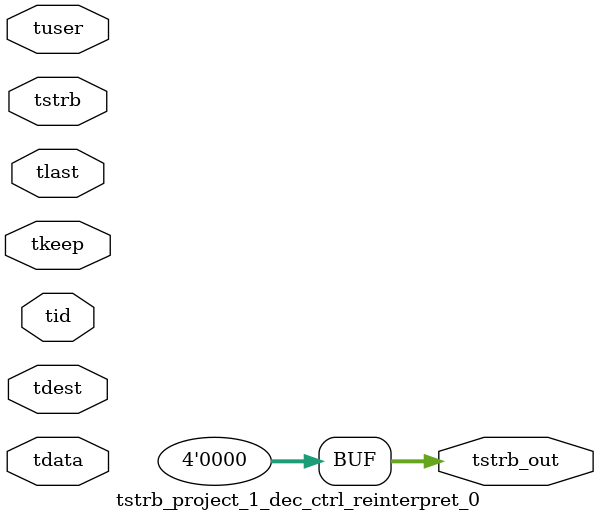
<source format=v>


`timescale 1ps/1ps

module tstrb_project_1_dec_ctrl_reinterpret_0 #
(
parameter C_S_AXIS_TDATA_WIDTH = 32,
parameter C_S_AXIS_TUSER_WIDTH = 0,
parameter C_S_AXIS_TID_WIDTH   = 0,
parameter C_S_AXIS_TDEST_WIDTH = 0,
parameter C_M_AXIS_TDATA_WIDTH = 32
)
(
input  [(C_S_AXIS_TDATA_WIDTH == 0 ? 1 : C_S_AXIS_TDATA_WIDTH)-1:0     ] tdata,
input  [(C_S_AXIS_TUSER_WIDTH == 0 ? 1 : C_S_AXIS_TUSER_WIDTH)-1:0     ] tuser,
input  [(C_S_AXIS_TID_WIDTH   == 0 ? 1 : C_S_AXIS_TID_WIDTH)-1:0       ] tid,
input  [(C_S_AXIS_TDEST_WIDTH == 0 ? 1 : C_S_AXIS_TDEST_WIDTH)-1:0     ] tdest,
input  [(C_S_AXIS_TDATA_WIDTH/8)-1:0 ] tkeep,
input  [(C_S_AXIS_TDATA_WIDTH/8)-1:0 ] tstrb,
input                                                                    tlast,
output [(C_M_AXIS_TDATA_WIDTH/8)-1:0 ] tstrb_out
);

assign tstrb_out = {1'b0};

endmodule


</source>
